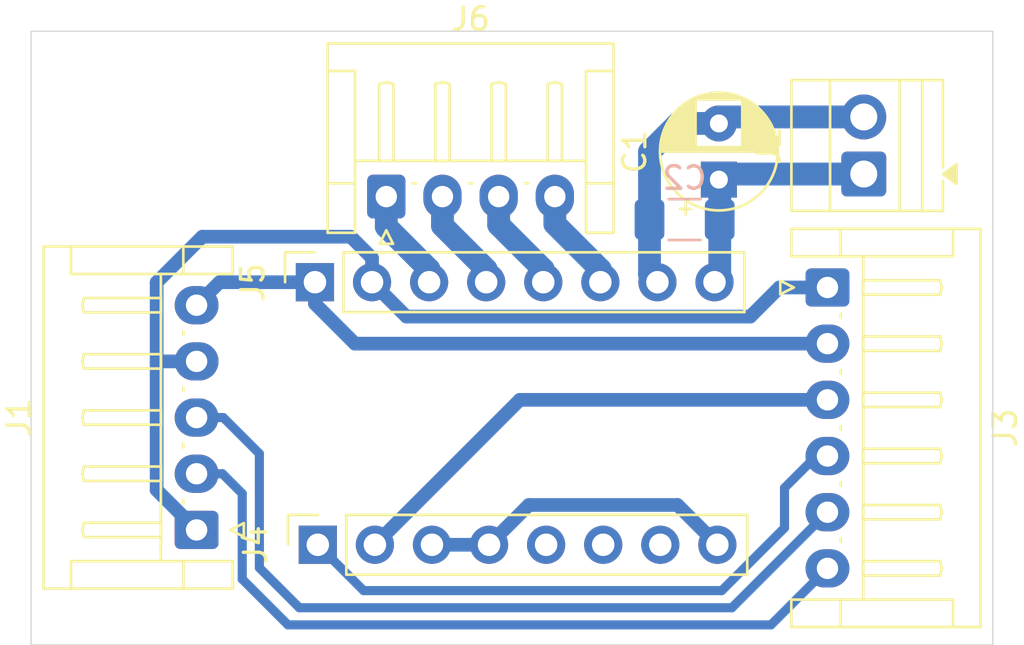
<source format=kicad_pcb>
(kicad_pcb (version 20241229) (generator "pcbnew") (generator_version "9.0")
  (layers (0 "F.Cu" signal) (2 "B.Cu" signal) (13 "F.Paste" user) (15 "B.Paste" user) (5 "F.SilkS" user "F.Silkscreen") (7 "B.SilkS" user "B.Silkscreen") (1 "F.Mask" user) (3 "B.Mask" user) (25 "Edge.Cuts" user))
  (net 0 "")
  (net 1 "GND")
  (net 2 "VCC")
  (net 3 "+3V3")
  (net 4 "GNDD")
  (net 5 "/SCL")
  (net 6 "/SDA")
  (net 7 "Net-(J5-1A)")
  (net 8 "Net-(J5-1B)")
  (net 9 "Net-(J5-2B)")
  (net 10 "Net-(J5-2A)")
  (net 11 "Net-(J3-Pin_3)")
  (net 12 "Net-(J3-Pin_4)")
  (footprint "Capacitor_THT:CP_Radial_D5.0mm_P2.50mm" (layer "F.Cu") (at 78.867 53.848 90)
    (property "Reference" "C1" (at 1.25 -3.75 90) (layer "F.SilkS"))
    (property "Value" "4u7")
    (fp_line (start 1.29 -2.58) (end 1.29 2.58) (stroke (width 0.12)) (layer "F.SilkS"))
    (fp_line (start 1.25 -2.58) (end 1.25 2.58) (stroke (width 0.12)) (layer "F.SilkS"))
    (fp_line (start 1.33 -2.579) (end 1.33 2.579) (stroke (width 0.12)) (layer "F.SilkS"))
    (fp_line (start 1.37 -2.578) (end 1.37 2.578) (stroke (width 0.12)) (layer "F.SilkS"))
    (fp_line (start 1.41 -2.576) (end 1.41 2.576) (stroke (width 0.12)) (layer "F.SilkS"))
    (fp_line (start 1.45 -2.573) (end 1.45 2.573) (stroke (width 0.12)) (layer "F.SilkS"))
    (fp_line (start 1.49 -2.569) (end 1.49 -1.04) (stroke (width 0.12)) (layer "F.SilkS"))
    (fp_line (start 1.53 -2.565) (end 1.53 -1.04) (stroke (width 0.12)) (layer "F.SilkS"))
    (fp_line (start 1.57 -2.561) (end 1.57 -1.04) (stroke (width 0.12)) (layer "F.SilkS"))
    (fp_line (start 1.61 -2.556) (end 1.61 -1.04) (stroke (width 0.12)) (layer "F.SilkS"))
    (fp_line (start 1.65 -2.55) (end 1.65 -1.04) (stroke (width 0.12)) (layer "F.SilkS"))
    (fp_line (start 1.69 -2.543) (end 1.69 -1.04) (stroke (width 0.12)) (layer "F.SilkS"))
    (fp_line (start 1.73 -2.536) (end 1.73 -1.04) (stroke (width 0.12)) (layer "F.SilkS"))
    (fp_line (start 1.77 -2.528) (end 1.77 -1.04) (stroke (width 0.12)) (layer "F.SilkS"))
    (fp_line (start 1.81 -2.52) (end 1.81 -1.04) (stroke (width 0.12)) (layer "F.SilkS"))
    (fp_line (start 1.85 -2.511) (end 1.85 -1.04) (stroke (width 0.12)) (layer "F.SilkS"))
    (fp_line (start 1.89 -2.501) (end 1.89 -1.04) (stroke (width 0.12)) (layer "F.SilkS"))
    (fp_line (start 1.93 -2.491) (end 1.93 -1.04) (stroke (width 0.12)) (layer "F.SilkS"))
    (fp_line (start 1.971 -2.48) (end 1.971 -1.04) (stroke (width 0.12)) (layer "F.SilkS"))
    (fp_line (start 2.011 -2.468) (end 2.011 -1.04) (stroke (width 0.12)) (layer "F.SilkS"))
    (fp_line (start 2.051 -2.455) (end 2.051 -1.04) (stroke (width 0.12)) (layer "F.SilkS"))
    (fp_line (start 2.091 -2.442) (end 2.091 -1.04) (stroke (width 0.12)) (layer "F.SilkS"))
    (fp_line (start 2.131 -2.428) (end 2.131 -1.04) (stroke (width 0.12)) (layer "F.SilkS"))
    (fp_line (start 2.171 -2.414) (end 2.171 -1.04) (stroke (width 0.12)) (layer "F.SilkS"))
    (fp_line (start 2.211 -2.398) (end 2.211 -1.04) (stroke (width 0.12)) (layer "F.SilkS"))
    (fp_line (start 2.251 -2.382) (end 2.251 -1.04) (stroke (width 0.12)) (layer "F.SilkS"))
    (fp_line (start 2.291 -2.365) (end 2.291 -1.04) (stroke (width 0.12)) (layer "F.SilkS"))
    (fp_line (start 2.331 -2.348) (end 2.331 -1.04) (stroke (width 0.12)) (layer "F.SilkS"))
    (fp_line (start 2.371 -2.329) (end 2.371 -1.04) (stroke (width 0.12)) (layer "F.SilkS"))
    (fp_line (start 2.411 -2.31) (end 2.411 -1.04) (stroke (width 0.12)) (layer "F.SilkS"))
    (fp_line (start 2.451 -2.29) (end 2.451 -1.04) (stroke (width 0.12)) (layer "F.SilkS"))
    (fp_line (start 2.491 -2.268) (end 2.491 -1.04) (stroke (width 0.12)) (layer "F.SilkS"))
    (fp_line (start 2.531 -2.247) (end 2.531 -1.04) (stroke (width 0.12)) (layer "F.SilkS"))
    (fp_line (start 2.571 -2.224) (end 2.571 -1.04) (stroke (width 0.12)) (layer "F.SilkS"))
    (fp_line (start 2.611 -2.2) (end 2.611 -1.04) (stroke (width 0.12)) (layer "F.SilkS"))
    (fp_line (start 2.651 -2.175) (end 2.651 -1.04) (stroke (width 0.12)) (layer "F.SilkS"))
    (fp_line (start 2.691 -2.149) (end 2.691 -1.04) (stroke (width 0.12)) (layer "F.SilkS"))
    (fp_line (start 2.731 -2.122) (end 2.731 -1.04) (stroke (width 0.12)) (layer "F.SilkS"))
    (fp_line (start 2.771 -2.095) (end 2.771 -1.04) (stroke (width 0.12)) (layer "F.SilkS"))
    (fp_line (start 2.811 -2.065) (end 2.811 -1.04) (stroke (width 0.12)) (layer "F.SilkS"))
    (fp_line (start 2.851 -2.035) (end 2.851 -1.04) (stroke (width 0.12)) (layer "F.SilkS"))
    (fp_line (start 2.891 -2.004) (end 2.891 -1.04) (stroke (width 0.12)) (layer "F.SilkS"))
    (fp_line (start 2.931 -1.971) (end 2.931 -1.04) (stroke (width 0.12)) (layer "F.SilkS"))
    (fp_line (start 2.971 -1.937) (end 2.971 -1.04) (stroke (width 0.12)) (layer "F.SilkS"))
    (fp_line (start 3.011 -1.901) (end 3.011 -1.04) (stroke (width 0.12)) (layer "F.SilkS"))
    (fp_line (start 3.051 -1.864) (end 3.051 -1.04) (stroke (width 0.12)) (layer "F.SilkS"))
    (fp_line (start 3.091 -1.826) (end 3.091 -1.04) (stroke (width 0.12)) (layer "F.SilkS"))
    (fp_line (start 3.131 -1.785) (end 3.131 -1.04) (stroke (width 0.12)) (layer "F.SilkS"))
    (fp_line (start 3.171 -1.743) (end 3.171 -1.04) (stroke (width 0.12)) (layer "F.SilkS"))
    (fp_line (start -1.304775 -1.725) (end -1.304775 -1.225) (stroke (width 0.12)) (layer "F.SilkS"))
    (fp_line (start 3.211 -1.699) (end 3.211 -1.04) (stroke (width 0.12)) (layer "F.SilkS"))
    (fp_line (start 3.251 -1.653) (end 3.251 -1.04) (stroke (width 0.12)) (layer "F.SilkS"))
    (fp_line (start 3.291 -1.605) (end 3.291 -1.04) (stroke (width 0.12)) (layer "F.SilkS"))
    (fp_line (start 3.331 -1.554) (end 3.331 -1.04) (stroke (width 0.12)) (layer "F.SilkS"))
    (fp_line (start 3.371 -1.5) (end 3.371 -1.04) (stroke (width 0.12)) (layer "F.SilkS"))
    (fp_line (start -1.554775 -1.475) (end -1.054775 -1.475) (stroke (width 0.12)) (layer "F.SilkS"))
    (fp_line (start 3.411 -1.443) (end 3.411 -1.04) (stroke (width 0.12)) (layer "F.SilkS"))
    (fp_line (start 3.451 -1.383) (end 3.451 -1.04) (stroke (width 0.12)) (layer "F.SilkS"))
    (fp_line (start 3.491 -1.319) (end 3.491 -1.04) (stroke (width 0.12)) (layer "F.SilkS"))
    (fp_line (start 3.531 -1.251) (end 3.531 -1.04) (stroke (width 0.12)) (layer "F.SilkS"))
    (fp_line (start 3.571 -1.178) (end 3.571 1.178) (stroke (width 0.12)) (layer "F.SilkS"))
    (fp_line (start 3.611 -1.098) (end 3.611 1.098) (stroke (width 0.12)) (layer "F.SilkS"))
    (fp_line (start 3.651 -1.011) (end 3.651 1.011) (stroke (width 0.12)) (layer "F.SilkS"))
    (fp_line (start 3.691 -0.915) (end 3.691 0.915) (stroke (width 0.12)) (layer "F.SilkS"))
    (fp_line (start 3.731 -0.805) (end 3.731 0.805) (stroke (width 0.12)) (layer "F.SilkS"))
    (fp_line (start 3.771 -0.677) (end 3.771 0.677) (stroke (width 0.12)) (layer "F.SilkS"))
    (fp_line (start 3.811 -0.518) (end 3.811 0.518) (stroke (width 0.12)) (layer "F.SilkS"))
    (fp_line (start 3.851 -0.284) (end 3.851 0.284) (stroke (width 0.12)) (layer "F.SilkS"))
    (fp_line (start 3.531 1.04) (end 3.531 1.251) (stroke (width 0.12)) (layer "F.SilkS"))
    (fp_line (start 3.491 1.04) (end 3.491 1.319) (stroke (width 0.12)) (layer "F.SilkS"))
    (fp_line (start 3.451 1.04) (end 3.451 1.383) (stroke (width 0.12)) (layer "F.SilkS"))
    (fp_line (start 3.411 1.04) (end 3.411 1.443) (stroke (width 0.12)) (layer "F.SilkS"))
    (fp_line (start 3.371 1.04) (end 3.371 1.5) (stroke (width 0.12)) (layer "F.SilkS"))
    (fp_line (start 3.331 1.04) (end 3.331 1.554) (stroke (width 0.12)) (layer "F.SilkS"))
    (fp_line (start 3.291 1.04) (end 3.291 1.605) (stroke (width 0.12)) (layer "F.SilkS"))
    (fp_line (start 3.251 1.04) (end 3.251 1.653) (stroke (width 0.12)) (layer "F.SilkS"))
    (fp_line (start 3.211 1.04) (end 3.211 1.699) (stroke (width 0.12)) (layer "F.SilkS"))
    (fp_line (start 3.171 1.04) (end 3.171 1.743) (stroke (width 0.12)) (layer "F.SilkS"))
    (fp_line (start 3.131 1.04) (end 3.131 1.785) (stroke (width 0.12)) (layer "F.SilkS"))
    (fp_line (start 3.091 1.04) (end 3.091 1.826) (stroke (width 0.12)) (layer "F.SilkS"))
    (fp_line (start 3.051 1.04) (end 3.051 1.864) (stroke (width 0.12)) (layer "F.SilkS"))
    (fp_line (start 3.011 1.04) (end 3.011 1.901) (stroke (width 0.12)) (layer "F.SilkS"))
    (fp_line (start 2.971 1.04) (end 2.971 1.937) (stroke (width 0.12)) (layer "F.SilkS"))
    (fp_line (start 2.931 1.04) (end 2.931 1.971) (stroke (width 0.12)) (layer "F.SilkS"))
    (fp_line (start 2.891 1.04) (end 2.891 2.004) (stroke (width 0.12)) (layer "F.SilkS"))
    (fp_line (start 2.851 1.04) (end 2.851 2.035) (stroke (width 0.12)) (layer "F.SilkS"))
    (fp_line (start 2.811 1.04) (end 2.811 2.065) (stroke (width 0.12)) (layer "F.SilkS"))
    (fp_line (start 2.771 1.04) (end 2.771 2.095) (stroke (width 0.12)) (layer "F.SilkS"))
    (fp_line (start 2.731 1.04) (end 2.731 2.122) (stroke (width 0.12)) (layer "F.SilkS"))
    (fp_line (start 2.691 1.04) (end 2.691 2.149) (stroke (width 0.12)) (layer "F.SilkS"))
    (fp_line (start 2.651 1.04) (end 2.651 2.175) (stroke (width 0.12)) (layer "F.SilkS"))
    (fp_line (start 2.611 1.04) (end 2.611 2.2) (stroke (width 0.12)) (layer "F.SilkS"))
    (fp_line (start 2.571 1.04) (end 2.571 2.224) (stroke (width 0.12)) (layer "F.SilkS"))
    (fp_line (start 2.531 1.04) (end 2.531 2.247) (stroke (width 0.12)) (layer "F.SilkS"))
    (fp_line (start 2.491 1.04) (end 2.491 2.268) (stroke (width 0.12)) (layer "F.SilkS"))
    (fp_line (start 2.451 1.04) (end 2.451 2.29) (stroke (width 0.12)) (layer "F.SilkS"))
    (fp_line (start 2.411 1.04) (end 2.411 2.31) (stroke (width 0.12)) (layer "F.SilkS"))
    (fp_line (start 2.371 1.04) (end 2.371 2.329) (stroke (width 0.12)) (layer "F.SilkS"))
    (fp_line (start 2.331 1.04) (end 2.331 2.348) (stroke (width 0.12)) (layer "F.SilkS"))
    (fp_line (start 2.291 1.04) (end 2.291 2.365) (stroke (width 0.12)) (layer "F.SilkS"))
    (fp_line (start 2.251 1.04) (end 2.251 2.382) (stroke (width 0.12)) (layer "F.SilkS"))
    (fp_line (start 2.211 1.04) (end 2.211 2.398) (stroke (width 0.12)) (layer "F.SilkS"))
    (fp_line (start 2.171 1.04) (end 2.171 2.414) (stroke (width 0.12)) (layer "F.SilkS"))
    (fp_line (start 2.131 1.04) (end 2.131 2.428) (stroke (width 0.12)) (layer "F.SilkS"))
    (fp_line (start 2.091 1.04) (end 2.091 2.442) (stroke (width 0.12)) (layer "F.SilkS"))
    (fp_line (start 2.051 1.04) (end 2.051 2.455) (stroke (width 0.12)) (layer "F.SilkS"))
    (fp_line (start 2.011 1.04) (end 2.011 2.468) (stroke (width 0.12)) (layer "F.SilkS"))
    (fp_line (start 1.971 1.04) (end 1.971 2.48) (stroke (width 0.12)) (layer "F.SilkS"))
    (fp_line (start 1.93 1.04) (end 1.93 2.491) (stroke (width 0.12)) (layer "F.SilkS"))
    (fp_line (start 1.89 1.04) (end 1.89 2.501) (stroke (width 0.12)) (layer "F.SilkS"))
    (fp_line (start 1.85 1.04) (end 1.85 2.511) (stroke (width 0.12)) (layer "F.SilkS"))
    (fp_line (start 1.81 1.04) (end 1.81 2.52) (stroke (width 0.12)) (layer "F.SilkS"))
    (fp_line (start 1.77 1.04) (end 1.77 2.528) (stroke (width 0.12)) (layer "F.SilkS"))
    (fp_line (start 1.73 1.04) (end 1.73 2.536) (stroke (width 0.12)) (layer "F.SilkS"))
    (fp_line (start 1.69 1.04) (end 1.69 2.543) (stroke (width 0.12)) (layer "F.SilkS"))
    (fp_line (start 1.65 1.04) (end 1.65 2.55) (stroke (width 0.12)) (layer "F.SilkS"))
    (fp_line (start 1.61 1.04) (end 1.61 2.556) (stroke (width 0.12)) (layer "F.SilkS"))
    (fp_line (start 1.57 1.04) (end 1.57 2.561) (stroke (width 0.12)) (layer "F.SilkS"))
    (fp_line (start 1.53 1.04) (end 1.53 2.565) (stroke (width 0.12)) (layer "F.SilkS"))
    (fp_line (start 1.49 1.04) (end 1.49 2.569) (stroke (width 0.12)) (layer "F.SilkS"))
    (fp_circle (center 1.25 0) (end 3.87 0) (stroke (width 0.12)) (fill no) (layer "F.SilkS"))
    (pad "1" thru_hole rect (at 0 0 90) (size 1.6 1.6) (drill 0.8) (layers "*.Cu" "*.Mask") (net 2 "VCC"))
    (pad "2" thru_hole circle (at 2.5 0 90) (size 1.6 1.6) (drill 0.8) (layers "*.Cu" "*.Mask") (net 1 "GND"))
  )
  (footprint "Connector_PinSocket_2.54mm:PinSocket_1x08_P2.54mm_Vertical" (layer "F.Cu") (at 61.02 70.0965 90)
    (property "Reference" "J4" (at 0 -2.77 90) (layer "F.SilkS"))
    (property "Value" "driver_0")
    (fp_line (start 1.33 -1.33) (end 1.33 0) (stroke (width 0.12)) (layer "F.SilkS"))
    (fp_line (start 0 -1.33) (end 1.33 -1.33) (stroke (width 0.12)) (layer "F.SilkS"))
    (fp_line (start 1.33 1.27) (end 1.33 19.11) (stroke (width 0.12)) (layer "F.SilkS"))
    (fp_line (start -1.33 1.27) (end 1.33 1.27) (stroke (width 0.12)) (layer "F.SilkS"))
    (fp_line (start -1.33 1.27) (end -1.33 19.11) (stroke (width 0.12)) (layer "F.SilkS"))
    (fp_line (start -1.33 19.11) (end 1.33 19.11) (stroke (width 0.12)) (layer "F.SilkS"))
    (pad "1" thru_hole rect (at 0 0 90) (size 1.7 1.7) (drill 1) (layers "*.Cu" "*.Mask") (net 12 "Net-(J3-Pin_4)"))
    (pad "2" thru_hole oval (at 0 2.54 90) (size 1.7 1.7) (drill 1) (layers "*.Cu" "*.Mask") (net 11 "Net-(J3-Pin_3)"))
    (pad "3" thru_hole oval (at 0 5.08 90) (size 1.7 1.7) (drill 1) (layers "*.Cu" "*.Mask") (net 3 "+3V3"))
    (pad "4" thru_hole oval (at 0 7.62 90) (size 1.7 1.7) (drill 1) (layers "*.Cu" "*.Mask") (net 3 "+3V3"))
    (pad "5" thru_hole oval (at 0 10.16 90) (size 1.7 1.7) (drill 1) (layers "*.Cu" "*.Mask"))
    (pad "6" thru_hole oval (at 0 12.7 90) (size 1.7 1.7) (drill 1) (layers "*.Cu" "*.Mask"))
    (pad "7" thru_hole oval (at 0 15.24 90) (size 1.7 1.7) (drill 1) (layers "*.Cu" "*.Mask"))
    (pad "8" thru_hole oval (at 0 17.78 90) (size 1.7 1.7) (drill 1) (layers "*.Cu" "*.Mask") (net 3 "+3V3"))
  )
  (footprint "Connector_JST:JST_EH_S4B-EH_1x04_P2.50mm_Horizontal" (layer "F.Cu") (at 64.068 54.6025)
    (property "Reference" "J6" (at 3.75 -7.9 0) (layer "F.SilkS"))
    (property "Value" "motor")
    (fp_line (start -2.61 -6.81) (end 10.11 -6.81) (stroke (width 0.12)) (layer "F.SilkS"))
    (fp_line (start -2.61 -5.59) (end -1.39 -5.59) (stroke (width 0.12)) (layer "F.SilkS"))
    (fp_line (start -2.61 1.61) (end -2.61 -6.81) (stroke (width 0.12)) (layer "F.SilkS"))
    (fp_line (start -1.39 -5.59) (end -1.39 -0.59) (stroke (width 0.12)) (layer "F.SilkS"))
    (fp_line (start -1.39 -1.59) (end 8.89 -1.59) (stroke (width 0.12)) (layer "F.SilkS"))
    (fp_line (start -1.39 -0.59) (end -2.61 -0.59) (stroke (width 0.12)) (layer "F.SilkS"))
    (fp_line (start -1.39 -0.59) (end -1.39 1.61) (stroke (width 0.12)) (layer "F.SilkS"))
    (fp_line (start -1.39 1.61) (end -2.61 1.61) (stroke (width 0.12)) (layer "F.SilkS"))
    (fp_line (start -0.32 -5.01) (end 0 -5.09) (stroke (width 0.12)) (layer "F.SilkS"))
    (fp_line (start -0.32 -1.59) (end -0.32 -5.01) (stroke (width 0.12)) (layer "F.SilkS"))
    (fp_line (start -0.3 2.1) (end 0.3 2.1) (stroke (width 0.12)) (layer "F.SilkS"))
    (fp_line (start 0 -5.09) (end 0.32 -5.01) (stroke (width 0.12)) (layer "F.SilkS"))
    (fp_line (start 0 -1.59) (end -0.32 -1.59) (stroke (width 0.12)) (layer "F.SilkS"))
    (fp_line (start 0 1.5) (end -0.3 2.1) (stroke (width 0.12)) (layer "F.SilkS"))
    (fp_line (start 0.3 2.1) (end 0 1.5) (stroke (width 0.12)) (layer "F.SilkS"))
    (fp_line (start 0.32 -5.01) (end 0.32 -1.59) (stroke (width 0.12)) (layer "F.SilkS"))
    (fp_line (start 0.32 -1.59) (end 0 -1.59) (stroke (width 0.12)) (layer "F.SilkS"))
    (fp_line (start 1.17 -0.59) (end 1.33 -0.59) (stroke (width 0.12)) (layer "F.SilkS"))
    (fp_line (start 2.18 -5.01) (end 2.5 -5.09) (stroke (width 0.12)) (layer "F.SilkS"))
    (fp_line (start 2.18 -1.59) (end 2.18 -5.01) (stroke (width 0.12)) (layer "F.SilkS"))
    (fp_line (start 2.5 -5.09) (end 2.82 -5.01) (stroke (width 0.12)) (layer "F.SilkS"))
    (fp_line (start 2.5 -1.59) (end 2.18 -1.59) (stroke (width 0.12)) (layer "F.SilkS"))
    (fp_line (start 2.82 -5.01) (end 2.82 -1.59) (stroke (width 0.12)) (layer "F.SilkS"))
    (fp_line (start 2.82 -1.59) (end 2.5 -1.59) (stroke (width 0.12)) (layer "F.SilkS"))
    (fp_line (start 3.67 -0.59) (end 3.83 -0.59) (stroke (width 0.12)) (layer "F.SilkS"))
    (fp_line (start 4.68 -5.01) (end 5 -5.09) (stroke (width 0.12)) (layer "F.SilkS"))
    (fp_line (start 4.68 -1.59) (end 4.68 -5.01) (stroke (width 0.12)) (layer "F.SilkS"))
    (fp_line (start 5 -5.09) (end 5.32 -5.01) (stroke (width 0.12)) (layer "F.SilkS"))
    (fp_line (start 5 -1.59) (end 4.68 -1.59) (stroke (width 0.12)) (layer "F.SilkS"))
    (fp_line (start 5.32 -5.01) (end 5.32 -1.59) (stroke (width 0.12)) (layer "F.SilkS"))
    (fp_line (start 5.32 -1.59) (end 5 -1.59) (stroke (width 0.12)) (layer "F.SilkS"))
    (fp_line (start 6.17 -0.59) (end 6.33 -0.59) (stroke (width 0.12)) (layer "F.SilkS"))
    (fp_line (start 7.18 -5.01) (end 7.5 -5.09) (stroke (width 0.12)) (layer "F.SilkS"))
    (fp_line (start 7.18 -1.59) (end 7.18 -5.01) (stroke (width 0.12)) (layer "F.SilkS"))
    (fp_line (start 7.5 -5.09) (end 7.82 -5.01) (stroke (width 0.12)) (layer "F.SilkS"))
    (fp_line (start 7.5 -1.59) (end 7.18 -1.59) (stroke (width 0.12)) (layer "F.SilkS"))
    (fp_line (start 7.82 -5.01) (end 7.82 -1.59) (stroke (width 0.12)) (layer "F.SilkS"))
    (fp_line (start 7.82 -1.59) (end 7.5 -1.59) (stroke (width 0.12)) (layer "F.SilkS"))
    (fp_line (start 8.89 -5.59) (end 8.89 -0.59) (stroke (width 0.12)) (layer "F.SilkS"))
    (fp_line (start 8.89 -0.59) (end 10.11 -0.59) (stroke (width 0.12)) (layer "F.SilkS"))
    (fp_line (start 8.89 1.61) (end 8.89 -0.59) (stroke (width 0.12)) (layer "F.SilkS"))
    (fp_line (start 10.11 -6.81) (end 10.11 1.61) (stroke (width 0.12)) (layer "F.SilkS"))
    (fp_line (start 10.11 -5.59) (end 8.89 -5.59) (stroke (width 0.12)) (layer "F.SilkS"))
    (fp_line (start 10.11 1.61) (end 8.89 1.61) (stroke (width 0.12)) (layer "F.SilkS"))
    (pad "1" thru_hole roundrect (at 0 0) (size 1.7 1.95) (drill 0.95) (layers "*.Cu" "*.Mask") (roundrect_rratio 0.147059) (net 8 "Net-(J5-1B)"))
    (pad "2" thru_hole oval (at 2.5 0) (size 1.7 1.95) (drill 0.95) (layers "*.Cu" "*.Mask") (net 7 "Net-(J5-1A)"))
    (pad "3" thru_hole oval (at 5 0) (size 1.7 1.95) (drill 0.95) (layers "*.Cu" "*.Mask") (net 10 "Net-(J5-2A)"))
    (pad "4" thru_hole oval (at 7.5 0) (size 1.7 1.95) (drill 0.95) (layers "*.Cu" "*.Mask") (net 9 "Net-(J5-2B)"))
  )
  (footprint "Connector_PinSocket_2.54mm:PinSocket_1x08_P2.54mm_Vertical" (layer "F.Cu") (at 60.893 58.4125 90)
    (property "Reference" "J5" (at 0 -2.77 90) (layer "F.SilkS"))
    (property "Value" "driver_1")
    (fp_line (start 1.33 -1.33) (end 1.33 0) (stroke (width 0.12)) (layer "F.SilkS"))
    (fp_line (start 0 -1.33) (end 1.33 -1.33) (stroke (width 0.12)) (layer "F.SilkS"))
    (fp_line (start 1.33 1.27) (end 1.33 19.11) (stroke (width 0.12)) (layer "F.SilkS"))
    (fp_line (start -1.33 1.27) (end 1.33 1.27) (stroke (width 0.12)) (layer "F.SilkS"))
    (fp_line (start -1.33 1.27) (end -1.33 19.11) (stroke (width 0.12)) (layer "F.SilkS"))
    (fp_line (start -1.33 19.11) (end 1.33 19.11) (stroke (width 0.12)) (layer "F.SilkS"))
    (pad "1" thru_hole rect (at 0 0 90) (size 1.7 1.7) (drill 1) (layers "*.Cu" "*.Mask") (net 4 "GNDD"))
    (pad "2" thru_hole oval (at 0 2.54 90) (size 1.7 1.7) (drill 1) (layers "*.Cu" "*.Mask") (net 3 "+3V3"))
    (pad "3" thru_hole oval (at 0 5.08 90) (size 1.7 1.7) (drill 1) (layers "*.Cu" "*.Mask") (net 8 "Net-(J5-1B)"))
    (pad "4" thru_hole oval (at 0 7.62 90) (size 1.7 1.7) (drill 1) (layers "*.Cu" "*.Mask") (net 7 "Net-(J5-1A)"))
    (pad "5" thru_hole oval (at 0 10.16 90) (size 1.7 1.7) (drill 1) (layers "*.Cu" "*.Mask") (net 10 "Net-(J5-2A)"))
    (pad "6" thru_hole oval (at 0 12.7 90) (size 1.7 1.7) (drill 1) (layers "*.Cu" "*.Mask") (net 9 "Net-(J5-2B)"))
    (pad "7" thru_hole oval (at 0 15.24 90) (size 1.7 1.7) (drill 1) (layers "*.Cu" "*.Mask") (net 1 "GND"))
    (pad "8" thru_hole oval (at 0 17.78 90) (size 1.7 1.7) (drill 1) (layers "*.Cu" "*.Mask") (net 2 "VCC"))
  )
  (footprint "Connector_JST:JST_EH_S6B-EH_1x06_P2.50mm_Horizontal" (layer "F.Cu") (at 83.7005 58.647 -90)
    (property "Reference" "J3" (at 6.25 -7.9 90) (layer "F.SilkS"))
    (property "Value" "ESP32")
    (fp_line (start -0.3 2.1) (end 0.3 2.1) (stroke (width 0.12)) (layer "F.SilkS"))
    (fp_line (start 0.3 2.1) (end 0 1.5) (stroke (width 0.12)) (layer "F.SilkS"))
    (fp_line (start -2.61 1.61) (end -2.61 -6.81) (stroke (width 0.12)) (layer "F.SilkS"))
    (fp_line (start -1.39 1.61) (end -2.61 1.61) (stroke (width 0.12)) (layer "F.SilkS"))
    (fp_line (start 13.89 1.61) (end 13.89 -0.59) (stroke (width 0.12)) (layer "F.SilkS"))
    (fp_line (start 15.11 1.61) (end 13.89 1.61) (stroke (width 0.12)) (layer "F.SilkS"))
    (fp_line (start 0 1.5) (end -0.3 2.1) (stroke (width 0.12)) (layer "F.SilkS"))
    (fp_line (start -1.39 -0.59) (end -1.39 1.61) (stroke (width 0.12)) (layer "F.SilkS"))
    (fp_line (start -1.39 -0.59) (end -2.61 -0.59) (stroke (width 0.12)) (layer "F.SilkS"))
    (fp_line (start 1.17 -0.59) (end 1.33 -0.59) (stroke (width 0.12)) (layer "F.SilkS"))
    (fp_line (start 3.67 -0.59) (end 3.83 -0.59) (stroke (width 0.12)) (layer "F.SilkS"))
    (fp_line (start 6.17 -0.59) (end 6.33 -0.59) (stroke (width 0.12)) (layer "F.SilkS"))
    (fp_line (start 8.67 -0.59) (end 8.83 -0.59) (stroke (width 0.12)) (layer "F.SilkS"))
    (fp_line (start 11.17 -0.59) (end 11.33 -0.59) (stroke (width 0.12)) (layer "F.SilkS"))
    (fp_line (start 13.89 -0.59) (end 15.11 -0.59) (stroke (width 0.12)) (layer "F.SilkS"))
    (fp_line (start -1.39 -1.59) (end 13.89 -1.59) (stroke (width 0.12)) (layer "F.SilkS"))
    (fp_line (start -0.32 -1.59) (end -0.32 -5.01) (stroke (width 0.12)) (layer "F.SilkS"))
    (fp_line (start 0 -1.59) (end -0.32 -1.59) (stroke (width 0.12)) (layer "F.SilkS"))
    (fp_line (start 0.32 -1.59) (end 0 -1.59) (stroke (width 0.12)) (layer "F.SilkS"))
    (fp_line (start 2.18 -1.59) (end 2.18 -5.01) (stroke (width 0.12)) (layer "F.SilkS"))
    (fp_line (start 2.5 -1.59) (end 2.18 -1.59) (stroke (width 0.12)) (layer "F.SilkS"))
    (fp_line (start 2.82 -1.59) (end 2.5 -1.59) (stroke (width 0.12)) (layer "F.SilkS"))
    (fp_line (start 4.68 -1.59) (end 4.68 -5.01) (stroke (width 0.12)) (layer "F.SilkS"))
    (fp_line (start 5 -1.59) (end 4.68 -1.59) (stroke (width 0.12)) (layer "F.SilkS"))
    (fp_line (start 5.32 -1.59) (end 5 -1.59) (stroke (width 0.12)) (layer "F.SilkS"))
    (fp_line (start 7.18 -1.59) (end 7.18 -5.01) (stroke (width 0.12)) (layer "F.SilkS"))
    (fp_line (start 7.5 -1.59) (end 7.18 -1.59) (stroke (width 0.12)) (layer "F.SilkS"))
    (fp_line (start 7.82 -1.59) (end 7.5 -1.59) (stroke (width 0.12)) (layer "F.SilkS"))
    (fp_line (start 9.68 -1.59) (end 9.68 -5.01) (stroke (width 0.12)) (layer "F.SilkS"))
    (fp_line (start 10 -1.59) (end 9.68 -1.59) (stroke (width 0.12)) (layer "F.SilkS"))
    (fp_line (start 10.32 -1.59) (end 10 -1.59) (stroke (width 0.12)) (layer "F.SilkS"))
    (fp_line (start 12.18 -1.59) (end 12.18 -5.01) (stroke (width 0.12)) (layer "F.SilkS"))
    (fp_line (start 12.5 -1.59) (end 12.18 -1.59) (stroke (width 0.12)) (layer "F.SilkS"))
    (fp_line (start 12.82 -1.59) (end 12.5 -1.59) (stroke (width 0.12)) (layer "F.SilkS"))
    (fp_line (start -0.32 -5.01) (end 0 -5.09) (stroke (width 0.12)) (layer "F.SilkS"))
    (fp_line (start 0.32 -5.01) (end 0.32 -1.59) (stroke (width 0.12)) (layer "F.SilkS"))
    (fp_line (start 2.18 -5.01) (end 2.5 -5.09) (stroke (width 0.12)) (layer "F.SilkS"))
    (fp_line (start 2.82 -5.01) (end 2.82 -1.59) (stroke (width 0.12)) (layer "F.SilkS"))
    (fp_line (start 4.68 -5.01) (end 5 -5.09) (stroke (width 0.12)) (layer "F.SilkS"))
    (fp_line (start 5.32 -5.01) (end 5.32 -1.59) (stroke (width 0.12)) (layer "F.SilkS"))
    (fp_line (start 7.18 -5.01) (end 7.5 -5.09) (stroke (width 0.12)) (layer "F.SilkS"))
    (fp_line (start 7.82 -5.01) (end 7.82 -1.59) (stroke (width 0.12)) (layer "F.SilkS"))
    (fp_line (start 9.68 -5.01) (end 10 -5.09) (stroke (width 0.12)) (layer "F.SilkS"))
    (fp_line (start 10.32 -5.01) (end 10.32 -1.59) (stroke (width 0.12)) (layer "F.SilkS"))
    (fp_line (start 12.18 -5.01) (end 12.5 -5.09) (stroke (width 0.12)) (layer "F.SilkS"))
    (fp_line (start 12.82 -5.01) (end 12.82 -1.59) (stroke (width 0.12)) (layer "F.SilkS"))
    (fp_line (start 0 -5.09) (end 0.32 -5.01) (stroke (width 0.12)) (layer "F.SilkS"))
    (fp_line (start 2.5 -5.09) (end 2.82 -5.01) (stroke (width 0.12)) (layer "F.SilkS"))
    (fp_line (start 5 -5.09) (end 5.32 -5.01) (stroke (width 0.12)) (layer "F.SilkS"))
    (fp_line (start 7.5 -5.09) (end 7.82 -5.01) (stroke (width 0.12)) (layer "F.SilkS"))
    (fp_line (start 10 -5.09) (end 10.32 -5.01) (stroke (width 0.12)) (layer "F.SilkS"))
    (fp_line (start 12.5 -5.09) (end 12.82 -5.01) (stroke (width 0.12)) (layer "F.SilkS"))
    (fp_line (start -2.61 -5.59) (end -1.39 -5.59) (stroke (width 0.12)) (layer "F.SilkS"))
    (fp_line (start -1.39 -5.59) (end -1.39 -0.59) (stroke (width 0.12)) (layer "F.SilkS"))
    (fp_line (start 13.89 -5.59) (end 13.89 -0.59) (stroke (width 0.12)) (layer "F.SilkS"))
    (fp_line (start 15.11 -5.59) (end 13.89 -5.59) (stroke (width 0.12)) (layer "F.SilkS"))
    (fp_line (start -2.61 -6.81) (end 15.11 -6.81) (stroke (width 0.12)) (layer "F.SilkS"))
    (fp_line (start 15.11 -6.81) (end 15.11 1.61) (stroke (width 0.12)) (layer "F.SilkS"))
    (pad "1" thru_hole roundrect (at 0 0 270) (size 1.7 1.95) (drill 0.95) (layers "*.Cu" "*.Mask") (roundrect_rratio 0.147059) (net 3 "+3V3"))
    (pad "2" thru_hole oval (at 2.5 0 270) (size 1.7 1.95) (drill 0.95) (layers "*.Cu" "*.Mask") (net 4 "GNDD"))
    (pad "3" thru_hole oval (at 5 0 270) (size 1.7 1.95) (drill 0.95) (layers "*.Cu" "*.Mask") (net 11 "Net-(J3-Pin_3)"))
    (pad "4" thru_hole oval (at 7.5 0 270) (size 1.7 1.95) (drill 0.95) (layers "*.Cu" "*.Mask") (net 12 "Net-(J3-Pin_4)"))
    (pad "5" thru_hole oval (at 10 0 270) (size 1.7 1.95) (drill 0.95) (layers "*.Cu" "*.Mask") (net 5 "/SCL"))
    (pad "6" thru_hole oval (at 12.5 0 270) (size 1.7 1.95) (drill 0.95) (layers "*.Cu" "*.Mask") (net 6 "/SDA"))
  )
  (footprint "Connector_JST:JST_EH_S5B-EH_1x05_P2.50mm_Horizontal" (layer "F.Cu") (at 55.626 69.436 90)
    (property "Reference" "J1" (at 5 -7.9 90) (layer "F.SilkS"))
    (property "Value" "servos")
    (fp_line (start 12.61 -6.81) (end 12.61 1.61) (stroke (width 0.12)) (layer "F.SilkS"))
    (fp_line (start -2.61 -6.81) (end 12.61 -6.81) (stroke (width 0.12)) (layer "F.SilkS"))
    (fp_line (start 12.61 -5.59) (end 11.39 -5.59) (stroke (width 0.12)) (layer "F.SilkS"))
    (fp_line (start 11.39 -5.59) (end 11.39 -0.59) (stroke (width 0.12)) (layer "F.SilkS"))
    (fp_line (start -1.39 -5.59) (end -1.39 -0.59) (stroke (width 0.12)) (layer "F.SilkS"))
    (fp_line (start -2.61 -5.59) (end -1.39 -5.59) (stroke (width 0.12)) (layer "F.SilkS"))
    (fp_line (start 10 -5.09) (end 10.32 -5.01) (stroke (width 0.12)) (layer "F.SilkS"))
    (fp_line (start 7.5 -5.09) (end 7.82 -5.01) (stroke (width 0.12)) (layer "F.SilkS"))
    (fp_line (start 5 -5.09) (end 5.32 -5.01) (stroke (width 0.12)) (layer "F.SilkS"))
    (fp_line (start 2.5 -5.09) (end 2.82 -5.01) (stroke (width 0.12)) (layer "F.SilkS"))
    (fp_line (start 0 -5.09) (end 0.32 -5.01) (stroke (width 0.12)) (layer "F.SilkS"))
    (fp_line (start 10.32 -5.01) (end 10.32 -1.59) (stroke (width 0.12)) (layer "F.SilkS"))
    (fp_line (start 9.68 -5.01) (end 10 -5.09) (stroke (width 0.12)) (layer "F.SilkS"))
    (fp_line (start 7.82 -5.01) (end 7.82 -1.59) (stroke (width 0.12)) (layer "F.SilkS"))
    (fp_line (start 7.18 -5.01) (end 7.5 -5.09) (stroke (width 0.12)) (layer "F.SilkS"))
    (fp_line (start 5.32 -5.01) (end 5.32 -1.59) (stroke (width 0.12)) (layer "F.SilkS"))
    (fp_line (start 4.68 -5.01) (end 5 -5.09) (stroke (width 0.12)) (layer "F.SilkS"))
    (fp_line (start 2.82 -5.01) (end 2.82 -1.59) (stroke (width 0.12)) (layer "F.SilkS"))
    (fp_line (start 2.18 -5.01) (end 2.5 -5.09) (stroke (width 0.12)) (layer "F.SilkS"))
    (fp_line (start 0.32 -5.01) (end 0.32 -1.59) (stroke (width 0.12)) (layer "F.SilkS"))
    (fp_line (start -0.32 -5.01) (end 0 -5.09) (stroke (width 0.12)) (layer "F.SilkS"))
    (fp_line (start 10.32 -1.59) (end 10 -1.59) (stroke (width 0.12)) (layer "F.SilkS"))
    (fp_line (start 10 -1.59) (end 9.68 -1.59) (stroke (width 0.12)) (layer "F.SilkS"))
    (fp_line (start 9.68 -1.59) (end 9.68 -5.01) (stroke (width 0.12)) (layer "F.SilkS"))
    (fp_line (start 7.82 -1.59) (end 7.5 -1.59) (stroke (width 0.12)) (layer "F.SilkS"))
    (fp_line (start 7.5 -1.59) (end 7.18 -1.59) (stroke (width 0.12)) (layer "F.SilkS"))
    (fp_line (start 7.18 -1.59) (end 7.18 -5.01) (stroke (width 0.12)) (layer "F.SilkS"))
    (fp_line (start 5.32 -1.59) (end 5 -1.59) (stroke (width 0.12)) (layer "F.SilkS"))
    (fp_line (start 5 -1.59) (end 4.68 -1.59) (stroke (width 0.12)) (layer "F.SilkS"))
    (fp_line (start 4.68 -1.59) (end 4.68 -5.01) (stroke (width 0.12)) (layer "F.SilkS"))
    (fp_line (start 2.82 -1.59) (end 2.5 -1.59) (stroke (width 0.12)) (layer "F.SilkS"))
    (fp_line (start 2.5 -1.59) (end 2.18 -1.59) (stroke (width 0.12)) (layer "F.SilkS"))
    (fp_line (start 2.18 -1.59) (end 2.18 -5.01) (stroke (width 0.12)) (layer "F.SilkS"))
    (fp_line (start 0.32 -1.59) (end 0 -1.59) (stroke (width 0.12)) (layer "F.SilkS"))
    (fp_line (start 0 -1.59) (end -0.32 -1.59) (stroke (width 0.12)) (layer "F.SilkS"))
    (fp_line (start -0.32 -1.59) (end -0.32 -5.01) (stroke (width 0.12)) (layer "F.SilkS"))
    (fp_line (start -1.39 -1.59) (end 11.39 -1.59) (stroke (width 0.12)) (layer "F.SilkS"))
    (fp_line (start 11.39 -0.59) (end 12.61 -0.59) (stroke (width 0.12)) (layer "F.SilkS"))
    (fp_line (start 8.67 -0.59) (end 8.83 -0.59) (stroke (width 0.12)) (layer "F.SilkS"))
    (fp_line (start 6.17 -0.59) (end 6.33 -0.59) (stroke (width 0.12)) (layer "F.SilkS"))
    (fp_line (start 3.67 -0.59) (end 3.83 -0.59) (stroke (width 0.12)) (layer "F.SilkS"))
    (fp_line (start 1.17 -0.59) (end 1.33 -0.59) (stroke (width 0.12)) (layer "F.SilkS"))
    (fp_line (start -1.39 -0.59) (end -2.61 -0.59) (stroke (width 0.12)) (layer "F.SilkS"))
    (fp_line (start -1.39 -0.59) (end -1.39 1.61) (stroke (width 0.12)) (layer "F.SilkS"))
    (fp_line (start 0 1.5) (end -0.3 2.1) (stroke (width 0.12)) (layer "F.SilkS"))
    (fp_line (start 12.61 1.61) (end 11.39 1.61) (stroke (width 0.12)) (layer "F.SilkS"))
    (fp_line (start 11.39 1.61) (end 11.39 -0.59) (stroke (width 0.12)) (layer "F.SilkS"))
    (fp_line (start -1.39 1.61) (end -2.61 1.61) (stroke (width 0.12)) (layer "F.SilkS"))
    (fp_line (start -2.61 1.61) (end -2.61 -6.81) (stroke (width 0.12)) (layer "F.SilkS"))
    (fp_line (start 0.3 2.1) (end 0 1.5) (stroke (width 0.12)) (layer "F.SilkS"))
    (fp_line (start -0.3 2.1) (end 0.3 2.1) (stroke (width 0.12)) (layer "F.SilkS"))
    (pad "1" thru_hole roundrect (at 0 0 90) (size 1.7 1.95) (drill 0.95) (layers "*.Cu" "*.Mask") (roundrect_rratio 0.147059) (net 3 "+3V3"))
    (pad "2" thru_hole oval (at 2.5 0 90) (size 1.7 1.95) (drill 0.95) (layers "*.Cu" "*.Mask") (net 6 "/SDA"))
    (pad "3" thru_hole oval (at 5 0 90) (size 1.7 1.95) (drill 0.95) (layers "*.Cu" "*.Mask") (net 5 "/SCL"))
    (pad "4" thru_hole oval (at 7.5 0 90) (size 1.7 1.95) (drill 0.95) (layers "*.Cu" "*.Mask") (net 3 "+3V3"))
    (pad "5" thru_hole oval (at 10 0 90) (size 1.7 1.95) (drill 0.95) (layers "*.Cu" "*.Mask") (net 4 "GNDD"))
  )
  (footprint "TerminalBlock:TerminalBlock_Xinya_XY308-2.54-2P_1x02_P2.54mm_Horizontal" (layer "F.Cu") (at 85.3155 53.599 90)
    (property "Reference" "J2" (at 1.27 -4.22 90) (layer "F.SilkS"))
    (property "Value" "PWR")
    (fp_line (start 4.18 -3.22) (end 4.18 3.52) (stroke (width 0.12)) (layer "F.SilkS"))
    (fp_line (start -1.64 -3.22) (end 4.18 -3.22) (stroke (width 0.12)) (layer "F.SilkS"))
    (fp_line (start -1.64 -3.22) (end -1.64 3.52) (stroke (width 0.12)) (layer "F.SilkS"))
    (fp_line (start -1.64 -1.5) (end 4.18 -1.5) (stroke (width 0.12)) (layer "F.SilkS"))
    (fp_line (start -1.64 1.6) (end 4.18 1.6) (stroke (width 0.12)) (layer "F.SilkS"))
    (fp_line (start -1.64 2.6) (end 4.18 2.6) (stroke (width 0.12)) (layer "F.SilkS"))
    (fp_line (start 0.3 3.52) (end 4.18 3.52) (stroke (width 0.12)) (layer "F.SilkS"))
    (fp_line (start -1.64 3.52) (end -0.3 3.52) (stroke (width 0.12)) (layer "F.SilkS"))
    (fp_poly (pts (xy 0 3.52) (xy 0.44 4.13) (xy -0.44 4.13) (xy 0 3.52)) (stroke (width 0.12)) (fill yes) (layer "F.SilkS"))
    (pad "1" thru_hole roundrect (at 0 0 90) (size 2 2) (drill 1.2) (layers "*.Cu" "*.Mask") (roundrect_rratio 0.125) (net 2 "VCC"))
    (pad "2" thru_hole circle (at 2.54 0 90) (size 2 2) (drill 1.2) (layers "*.Cu" "*.Mask") (net 1 "GND"))
  )
  (footprint "Capacitor_SMD:C_1206_3216Metric_Pad1.33x1.80mm_HandSolder" (layer "B.Cu") (at 77.343 55.626 180)
    (property "Reference" "C2" (at 0 1.85 0) (layer "B.SilkS") (effects (justify mirror)))
    (property "Value" "100n")
    (fp_line (start -0.711252 0.91) (end 0.711252 0.91) (stroke (width 0.12)) (layer "B.SilkS"))
    (fp_line (start -0.711252 -0.91) (end 0.711252 -0.91) (stroke (width 0.12)) (layer "B.SilkS"))
    (pad "1" smd roundrect (at -1.5625 0 180) (size 1.325 1.8) (layers "B.Cu" "B.Mask" "B.Paste") (roundrect_rratio 0.188679) (net 2 "VCC"))
    (pad "2" smd roundrect (at 1.5625 0 180) (size 1.325 1.8) (layers "B.Cu" "B.Mask" "B.Paste") (roundrect_rratio 0.188679) (net 1 "GND"))
  )
  (gr_rect (start 48.26 47.244) (end 91.059 74.549) (stroke (width 0.05)) (fill no) (layer "Edge.Cuts"))
  (segment (start 75.7805 55.626) (end 75.7805 58.06) (width 1.016) (layer "B.Cu") (net 1))
  (segment (start 78.867 51.348) (end 77.049 51.348) (width 1.016) (layer "B.Cu") (net 1))
  (segment (start 79.156 51.059) (end 78.867 51.348) (width 1.016) (layer "B.Cu") (net 1))
  (segment (start 75.7805 52.6165) (end 75.7805 55.626) (width 1.016) (layer "B.Cu") (net 1))
  (segment (start 75.7805 58.06) (end 76.133 58.4125) (width 1.016) (layer "B.Cu") (net 1))
  (segment (start 85.3155 51.059) (end 79.156 51.059) (width 1.016) (layer "B.Cu") (net 1))
  (segment (start 77.049 51.348) (end 75.7805 52.6165) (width 1.016) (layer "B.Cu") (net 1))
  (segment (start 78.9055 53.8865) (end 78.867 53.848) (width 1.016) (layer "B.Cu") (net 2))
  (segment (start 79.116 53.599) (end 78.867 53.848) (width 1.016) (layer "B.Cu") (net 2))
  (segment (start 78.9055 55.626) (end 78.9055 53.8865) (width 1.016) (layer "B.Cu") (net 2))
  (segment (start 85.3155 53.599) (end 79.116 53.599) (width 1.016) (layer "B.Cu") (net 2))
  (segment (start 78.9055 55.626) (end 78.9055 58.18) (width 1.016) (layer "B.Cu") (net 2))
  (segment (start 78.9055 58.18) (end 78.673 58.4125) (width 1.016) (layer "B.Cu") (net 2))
  (segment (start 55.88 56.388) (end 53.848 58.42) (width 0.6096) (layer "B.Cu") (net 3))
  (segment (start 53.848 58.42) (end 53.848 61.976) (width 0.6096) (layer "B.Cu") (net 3))
  (segment (start 68.64 70.0965) (end 66.1 70.0965) (width 0.6096) (layer "B.Cu") (net 3))
  (segment (start 78.8 70.0965) (end 78.8 70.552) (width 0.6096) (layer "B.Cu") (net 3))
  (segment (start 64.9645 59.944) (end 80.264 59.944) (width 0.6096) (layer "B.Cu") (net 3))
  (segment (start 55.626 61.936) (end 53.888 61.936) (width 0.6096) (layer "B.Cu") (net 3))
  (segment (start 63.433 58.4125) (end 64.9645 59.944) (width 0.6096) (layer "B.Cu") (net 3))
  (segment (start 78.8 70.0965) (end 77.0295 68.326) (width 0.6096) (layer "B.Cu") (net 3))
  (segment (start 77.0295 68.326) (end 70.4105 68.326) (width 0.6096) (layer "B.Cu") (net 3))
  (segment (start 53.888 61.936) (end 53.848 61.976) (width 0.6096) (layer "B.Cu") (net 3))
  (segment (start 53.848 61.976) (end 53.848 67.658) (width 0.6096) (layer "B.Cu") (net 3))
  (segment (start 70.4105 68.326) (end 68.64 70.0965) (width 0.6096) (layer "B.Cu") (net 3))
  (segment (start 63.433 57.337) (end 62.484 56.388) (width 0.6096) (layer "B.Cu") (net 3))
  (segment (start 53.848 67.658) (end 55.626 69.436) (width 0.6096) (layer "B.Cu") (net 3))
  (segment (start 62.484 56.388) (end 55.88 56.388) (width 0.6096) (layer "B.Cu") (net 3))
  (segment (start 81.561 58.647) (end 83.7005 58.647) (width 0.6096) (layer "B.Cu") (net 3))
  (segment (start 63.433 58.4125) (end 63.433 57.337) (width 0.6096) (layer "B.Cu") (net 3))
  (segment (start 80.264 59.944) (end 81.561 58.647) (width 0.6096) (layer "B.Cu") (net 3))
  (segment (start 56.6495 58.4125) (end 55.626 59.436) (width 0.6096) (layer "B.Cu") (net 4))
  (segment (start 83.7005 61.147) (end 62.671 61.147) (width 0.6096) (layer "B.Cu") (net 4))
  (segment (start 60.893 58.4125) (end 56.6495 58.4125) (width 0.6096) (layer "B.Cu") (net 4))
  (segment (start 60.893 59.369) (end 60.893 58.4125) (width 0.6096) (layer "B.Cu") (net 4))
  (segment (start 60.893 59.369) (end 62.671 61.147) (width 0.6096) (layer "B.Cu") (net 4))
  (segment (start 79.4495 72.898) (end 83.7005 68.647) (width 0.4064) (layer "B.Cu") (net 5))
  (segment (start 58.42 66.04) (end 58.42 71.12) (width 0.4064) (layer "B.Cu") (net 5))
  (segment (start 60.198 72.898) (end 79.4495 72.898) (width 0.4064) (layer "B.Cu") (net 5))
  (segment (start 55.626 64.436) (end 56.816 64.436) (width 0.4064) (layer "B.Cu") (net 5))
  (segment (start 56.816 64.436) (end 58.42 66.04) (width 0.4064) (layer "B.Cu") (net 5))
  (segment (start 58.42 71.12) (end 60.198 72.898) (width 0.4064) (layer "B.Cu") (net 5))
  (segment (start 57.658 67.818) (end 56.776 66.936) (width 0.4064) (layer "B.Cu") (net 6))
  (segment (start 56.776 66.936) (end 55.626 66.936) (width 0.4064) (layer "B.Cu") (net 6))
  (segment (start 57.658 71.628) (end 57.658 67.818) (width 0.4064) (layer "B.Cu") (net 6))
  (segment (start 81.1875 73.66) (end 59.69 73.66) (width 0.4064) (layer "B.Cu") (net 6))
  (segment (start 59.69 73.66) (end 57.658 71.628) (width 0.4064) (layer "B.Cu") (net 6))
  (segment (start 83.7005 71.147) (end 81.1875 73.66) (width 0.4064) (layer "B.Cu") (net 6))
  (segment (start 68.513 57.845) (end 66.568 55.9) (width 1.016) (layer "B.Cu") (net 7))
  (segment (start 68.513 58.4125) (end 68.513 57.845) (width 1.016) (layer "B.Cu") (net 7))
  (segment (start 66.568 55.9) (end 66.568 54.6025) (width 1.016) (layer "B.Cu") (net 7))
  (segment (start 64.068 55.94) (end 64.068 54.6025) (width 1.016) (layer "B.Cu") (net 8))
  (segment (start 65.973 57.845) (end 64.068 55.94) (width 1.016) (layer "B.Cu") (net 8))
  (segment (start 65.973 58.4125) (end 65.973 57.845) (width 1.016) (layer "B.Cu") (net 8))
  (segment (start 71.568 55.82) (end 71.568 54.6025) (width 1.016) (layer "B.Cu") (net 9))
  (segment (start 73.593 58.4125) (end 73.593 57.845) (width 1.016) (layer "B.Cu") (net 9))
  (segment (start 73.593 57.845) (end 71.568 55.82) (width 1.016) (layer "B.Cu") (net 9))
  (segment (start 71.053 57.845) (end 69.068 55.86) (width 1.016) (layer "B.Cu") (net 10))
  (segment (start 69.068 55.86) (end 69.068 54.6025) (width 1.016) (layer "B.Cu") (net 10))
  (segment (start 71.053 58.4125) (end 71.053 57.845) (width 1.016) (layer "B.Cu") (net 10))
  (segment (start 70.0095 63.647) (end 83.7005 63.647) (width 0.6096) (layer "B.Cu") (net 11))
  (segment (start 63.56 70.0965) (end 70.0095 63.647) (width 0.6096) (layer "B.Cu") (net 11))
  (segment (start 81.788 69.342) (end 81.788 67.564) (width 0.4064) (layer "B.Cu") (net 12))
  (segment (start 81.788 67.564) (end 83.205 66.147) (width 0.4064) (layer "B.Cu") (net 12))
  (segment (start 78.994 72.136) (end 81.788 69.342) (width 0.4064) (layer "B.Cu") (net 12))
  (segment (start 83.205 66.147) (end 83.7005 66.147) (width 0.4064) (layer "B.Cu") (net 12))
  (segment (start 61.02 70.0965) (end 63.0595 72.136) (width 0.4064) (layer "B.Cu") (net 12))
  (segment (start 63.0595 72.136) (end 78.994 72.136) (width 0.4064) (layer "B.Cu") (net 12))
)
</source>
